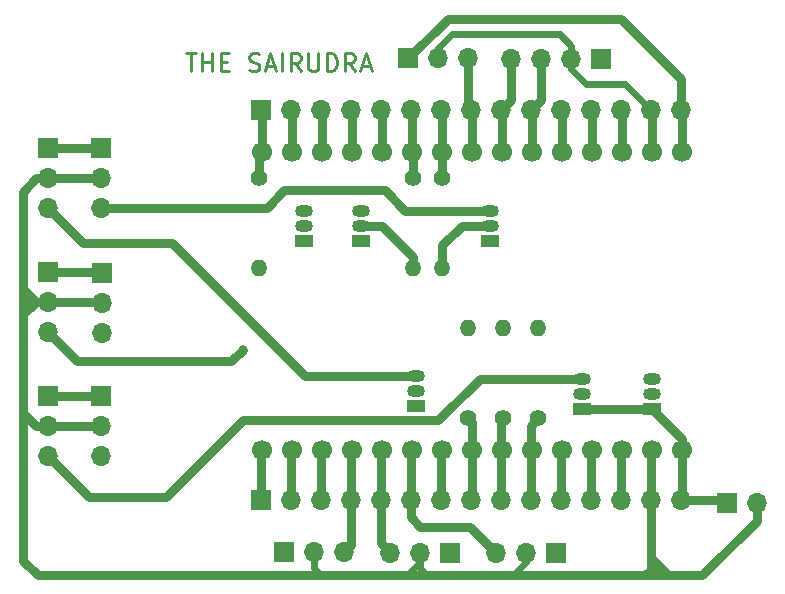
<source format=gbr>
%TF.GenerationSoftware,KiCad,Pcbnew,8.0.0*%
%TF.CreationDate,2025-01-05T23:08:37+05:30*%
%TF.ProjectId,sunday_pcb,73756e64-6179-45f7-9063-622e6b696361,rev?*%
%TF.SameCoordinates,Original*%
%TF.FileFunction,Copper,L1,Top*%
%TF.FilePolarity,Positive*%
%FSLAX46Y46*%
G04 Gerber Fmt 4.6, Leading zero omitted, Abs format (unit mm)*
G04 Created by KiCad (PCBNEW 8.0.0) date 2025-01-05 23:08:37*
%MOMM*%
%LPD*%
G01*
G04 APERTURE LIST*
%ADD10C,0.250000*%
%TA.AperFunction,NonConductor*%
%ADD11C,0.250000*%
%TD*%
%TA.AperFunction,ComponentPad*%
%ADD12O,1.700000X1.700000*%
%TD*%
%TA.AperFunction,ComponentPad*%
%ADD13R,1.700000X1.700000*%
%TD*%
%TA.AperFunction,ComponentPad*%
%ADD14C,1.400000*%
%TD*%
%TA.AperFunction,ComponentPad*%
%ADD15O,1.400000X1.400000*%
%TD*%
%TA.AperFunction,ComponentPad*%
%ADD16C,1.700000*%
%TD*%
%TA.AperFunction,ComponentPad*%
%ADD17R,1.500000X1.050000*%
%TD*%
%TA.AperFunction,ComponentPad*%
%ADD18O,1.500000X1.050000*%
%TD*%
%TA.AperFunction,ViaPad*%
%ADD19C,0.800000*%
%TD*%
%TA.AperFunction,Conductor*%
%ADD20C,0.750000*%
%TD*%
%TA.AperFunction,Conductor*%
%ADD21C,0.625000*%
%TD*%
%TA.AperFunction,Conductor*%
%ADD22C,0.500000*%
%TD*%
G04 APERTURE END LIST*
D10*
D11*
X132807330Y-81803428D02*
X133664473Y-81803428D01*
X133235901Y-83303428D02*
X133235901Y-81803428D01*
X134164472Y-83303428D02*
X134164472Y-81803428D01*
X134164472Y-82517714D02*
X135021615Y-82517714D01*
X135021615Y-83303428D02*
X135021615Y-81803428D01*
X135735901Y-82517714D02*
X136235901Y-82517714D01*
X136450187Y-83303428D02*
X135735901Y-83303428D01*
X135735901Y-83303428D02*
X135735901Y-81803428D01*
X135735901Y-81803428D02*
X136450187Y-81803428D01*
X138164473Y-83232000D02*
X138378759Y-83303428D01*
X138378759Y-83303428D02*
X138735901Y-83303428D01*
X138735901Y-83303428D02*
X138878759Y-83232000D01*
X138878759Y-83232000D02*
X138950187Y-83160571D01*
X138950187Y-83160571D02*
X139021616Y-83017714D01*
X139021616Y-83017714D02*
X139021616Y-82874857D01*
X139021616Y-82874857D02*
X138950187Y-82732000D01*
X138950187Y-82732000D02*
X138878759Y-82660571D01*
X138878759Y-82660571D02*
X138735901Y-82589142D01*
X138735901Y-82589142D02*
X138450187Y-82517714D01*
X138450187Y-82517714D02*
X138307330Y-82446285D01*
X138307330Y-82446285D02*
X138235901Y-82374857D01*
X138235901Y-82374857D02*
X138164473Y-82232000D01*
X138164473Y-82232000D02*
X138164473Y-82089142D01*
X138164473Y-82089142D02*
X138235901Y-81946285D01*
X138235901Y-81946285D02*
X138307330Y-81874857D01*
X138307330Y-81874857D02*
X138450187Y-81803428D01*
X138450187Y-81803428D02*
X138807330Y-81803428D01*
X138807330Y-81803428D02*
X139021616Y-81874857D01*
X139593044Y-82874857D02*
X140307330Y-82874857D01*
X139450187Y-83303428D02*
X139950187Y-81803428D01*
X139950187Y-81803428D02*
X140450187Y-83303428D01*
X140950186Y-83303428D02*
X140950186Y-81803428D01*
X142521615Y-83303428D02*
X142021615Y-82589142D01*
X141664472Y-83303428D02*
X141664472Y-81803428D01*
X141664472Y-81803428D02*
X142235901Y-81803428D01*
X142235901Y-81803428D02*
X142378758Y-81874857D01*
X142378758Y-81874857D02*
X142450187Y-81946285D01*
X142450187Y-81946285D02*
X142521615Y-82089142D01*
X142521615Y-82089142D02*
X142521615Y-82303428D01*
X142521615Y-82303428D02*
X142450187Y-82446285D01*
X142450187Y-82446285D02*
X142378758Y-82517714D01*
X142378758Y-82517714D02*
X142235901Y-82589142D01*
X142235901Y-82589142D02*
X141664472Y-82589142D01*
X143164472Y-81803428D02*
X143164472Y-83017714D01*
X143164472Y-83017714D02*
X143235901Y-83160571D01*
X143235901Y-83160571D02*
X143307330Y-83232000D01*
X143307330Y-83232000D02*
X143450187Y-83303428D01*
X143450187Y-83303428D02*
X143735901Y-83303428D01*
X143735901Y-83303428D02*
X143878758Y-83232000D01*
X143878758Y-83232000D02*
X143950187Y-83160571D01*
X143950187Y-83160571D02*
X144021615Y-83017714D01*
X144021615Y-83017714D02*
X144021615Y-81803428D01*
X144735901Y-83303428D02*
X144735901Y-81803428D01*
X144735901Y-81803428D02*
X145093044Y-81803428D01*
X145093044Y-81803428D02*
X145307330Y-81874857D01*
X145307330Y-81874857D02*
X145450187Y-82017714D01*
X145450187Y-82017714D02*
X145521616Y-82160571D01*
X145521616Y-82160571D02*
X145593044Y-82446285D01*
X145593044Y-82446285D02*
X145593044Y-82660571D01*
X145593044Y-82660571D02*
X145521616Y-82946285D01*
X145521616Y-82946285D02*
X145450187Y-83089142D01*
X145450187Y-83089142D02*
X145307330Y-83232000D01*
X145307330Y-83232000D02*
X145093044Y-83303428D01*
X145093044Y-83303428D02*
X144735901Y-83303428D01*
X147093044Y-83303428D02*
X146593044Y-82589142D01*
X146235901Y-83303428D02*
X146235901Y-81803428D01*
X146235901Y-81803428D02*
X146807330Y-81803428D01*
X146807330Y-81803428D02*
X146950187Y-81874857D01*
X146950187Y-81874857D02*
X147021616Y-81946285D01*
X147021616Y-81946285D02*
X147093044Y-82089142D01*
X147093044Y-82089142D02*
X147093044Y-82303428D01*
X147093044Y-82303428D02*
X147021616Y-82446285D01*
X147021616Y-82446285D02*
X146950187Y-82517714D01*
X146950187Y-82517714D02*
X146807330Y-82589142D01*
X146807330Y-82589142D02*
X146235901Y-82589142D01*
X147664473Y-82874857D02*
X148378759Y-82874857D01*
X147521616Y-83303428D02*
X148021616Y-81803428D01*
X148021616Y-81803428D02*
X148521616Y-83303428D01*
D12*
%TO.P,J1,15,Pin_15*%
%TO.N,5V*%
X174680000Y-119620000D03*
%TO.P,J1,14,Pin_14*%
%TO.N,GND*%
X172140000Y-119620000D03*
%TO.P,J1,13,Pin_13*%
%TO.N,D_13*%
X169600000Y-119620000D03*
%TO.P,J1,12,Pin_12*%
%TO.N,D_12*%
X167060000Y-119620000D03*
%TO.P,J1,11,Pin_11*%
%TO.N,D_14*%
X164520000Y-119620000D03*
%TO.P,J1,10,Pin_10*%
%TO.N,ESP_RELAY_W1*%
X161980000Y-119620000D03*
%TO.P,J1,9,Pin_9*%
%TO.N,ESP_RELAY_W0*%
X159440000Y-119620000D03*
%TO.P,J1,8,Pin_8*%
%TO.N,ESP_RELAY_pH*%
X156900000Y-119620000D03*
%TO.P,J1,7,Pin_7*%
%TO.N,D_33*%
X154360000Y-119620000D03*
%TO.P,J1,6,Pin_6*%
%TO.N,RAIN*%
X151820000Y-119620000D03*
%TO.P,J1,5,Pin_5*%
%TO.N,GAS*%
X149280000Y-119620000D03*
%TO.P,J1,4,Pin_4*%
%TO.N,SOIL*%
X146740000Y-119620000D03*
%TO.P,J1,3,Pin_3*%
%TO.N,VN_0*%
X144200000Y-119620000D03*
%TO.P,J1,2,Pin_2*%
%TO.N,VP_0*%
X141660000Y-119620000D03*
D13*
%TO.P,J1,1,Pin_1*%
%TO.N,EN_0*%
X139120000Y-119620000D03*
%TD*%
D14*
%TO.P,R3,1*%
%TO.N,ESP_RELAY_K*%
X139000000Y-92370000D03*
D15*
%TO.P,R3,2*%
%TO.N,Net-(Q3-B)*%
X139000000Y-99990000D03*
%TD*%
D13*
%TO.P,RAIN0,1,Pin_1*%
%TO.N,3V*%
X164165000Y-124070000D03*
D12*
%TO.P,RAIN0,2,Pin_2*%
%TO.N,GND*%
X161625000Y-124070000D03*
%TO.P,RAIN0,3,Pin_3*%
%TO.N,RAIN*%
X159085000Y-124070000D03*
%TD*%
D14*
%TO.P,R6,1*%
%TO.N,ESP_RELAY_W0*%
X159640000Y-112680000D03*
D15*
%TO.P,R6,2*%
%TO.N,Net-(Q6-B)*%
X159640000Y-105060000D03*
%TD*%
D13*
%TO.P,J2,1,Pin_1*%
%TO.N,ESP_RELAY_K*%
X139160000Y-86620000D03*
D12*
%TO.P,J2,2,Pin_2*%
%TO.N,D_22*%
X141700000Y-86620000D03*
%TO.P,J2,3,Pin_3*%
%TO.N,TX_0*%
X144240000Y-86620000D03*
%TO.P,J2,4,Pin_4*%
%TO.N,RX_0*%
X146780000Y-86620000D03*
%TO.P,J2,5,Pin_5*%
%TO.N,D_21*%
X149320000Y-86620000D03*
%TO.P,J2,6,Pin_6*%
%TO.N,ESP_RELAY_P*%
X151860000Y-86620000D03*
%TO.P,J2,7,Pin_7*%
%TO.N,ESP_RELAY_N*%
X154400000Y-86620000D03*
%TO.P,J2,8,Pin_8*%
%TO.N,DHT*%
X156940000Y-86620000D03*
%TO.P,J2,9,Pin_9*%
%TO.N,TX2*%
X159480000Y-86620000D03*
%TO.P,J2,10,Pin_10*%
%TO.N,RX2*%
X162020000Y-86620000D03*
%TO.P,J2,11,Pin_11*%
%TO.N,D_4*%
X164560000Y-86620000D03*
%TO.P,J2,12,Pin_12*%
%TO.N,D_2*%
X167100000Y-86620000D03*
%TO.P,J2,13,Pin_13*%
%TO.N,D_15*%
X169640000Y-86620000D03*
%TO.P,J2,14,Pin_14*%
%TO.N,GND2*%
X172180000Y-86620000D03*
%TO.P,J2,15,Pin_15*%
%TO.N,3V*%
X174720000Y-86620000D03*
%TD*%
D13*
%TO.P,P,1,Pin_1*%
%TO.N,5V*%
X125690000Y-100400000D03*
D12*
%TO.P,P,2,Pin_2*%
%TO.N,GND*%
X125690000Y-102940000D03*
%TO.P,P,3,Pin_3*%
%TO.N,Net-(P0-Pin_3)*%
X125690000Y-105480000D03*
%TD*%
D13*
%TO.P,PowerIN_1,1,+*%
%TO.N,5V*%
X178600000Y-119870000D03*
D12*
%TO.P,PowerIN_1,2,-*%
%TO.N,GND*%
X181140000Y-119870000D03*
%TD*%
D14*
%TO.P,R2,1*%
%TO.N,ESP_RELAY_N*%
X154500000Y-92380000D03*
D15*
%TO.P,R2,2*%
%TO.N,Net-(Q1-B)*%
X154500000Y-100000000D03*
%TD*%
D13*
%TO.P,pH,1,Pin_1*%
%TO.N,5V*%
X121140000Y-89830000D03*
D12*
%TO.P,pH,2,Pin_2*%
%TO.N,GND*%
X121140000Y-92370000D03*
%TO.P,pH,3,Pin_3*%
%TO.N,Net-(Q4-E)*%
X121140000Y-94910000D03*
%TD*%
D16*
%TO.P,ESP32DEVKITV1,1,EN*%
%TO.N,EN_0*%
X139200000Y-115370000D03*
%TO.P,ESP32DEVKITV1,2,VP*%
%TO.N,VP_0*%
X141740000Y-115370000D03*
%TO.P,ESP32DEVKITV1,3,VN*%
%TO.N,VN_0*%
X144280000Y-115370000D03*
%TO.P,ESP32DEVKITV1,4,D34*%
%TO.N,SOIL*%
X146820000Y-115370000D03*
%TO.P,ESP32DEVKITV1,5,D35*%
%TO.N,GAS*%
X149360000Y-115370000D03*
%TO.P,ESP32DEVKITV1,6,D32*%
%TO.N,RAIN*%
X151900000Y-115370000D03*
%TO.P,ESP32DEVKITV1,7,D33*%
%TO.N,D_33*%
X154440000Y-115370000D03*
%TO.P,ESP32DEVKITV1,8,D25*%
%TO.N,ESP_RELAY_pH*%
X156980000Y-115370000D03*
%TO.P,ESP32DEVKITV1,9,D26*%
%TO.N,ESP_RELAY_W0*%
X159520000Y-115370000D03*
%TO.P,ESP32DEVKITV1,10,D27*%
%TO.N,ESP_RELAY_W1*%
X162060000Y-115370000D03*
%TO.P,ESP32DEVKITV1,11,D14*%
%TO.N,D_14*%
X164600000Y-115370000D03*
%TO.P,ESP32DEVKITV1,12,D12*%
%TO.N,D_12*%
X167140000Y-115370000D03*
%TO.P,ESP32DEVKITV1,13,D13*%
%TO.N,D_13*%
X169680000Y-115370000D03*
%TO.P,ESP32DEVKITV1,14,GND*%
%TO.N,GND*%
X172220000Y-115370000D03*
%TO.P,ESP32DEVKITV1,15,VIN*%
%TO.N,5V*%
X174760000Y-115370000D03*
%TO.P,ESP32DEVKITV1,16,3V3*%
%TO.N,3V*%
X174760000Y-90120000D03*
%TO.P,ESP32DEVKITV1,17,GND*%
%TO.N,GND2*%
X172220000Y-90120000D03*
%TO.P,ESP32DEVKITV1,18,D15*%
%TO.N,D_15*%
X169680000Y-90120000D03*
%TO.P,ESP32DEVKITV1,19,D2*%
%TO.N,D_2*%
X167140000Y-90120000D03*
%TO.P,ESP32DEVKITV1,20,D4*%
%TO.N,D_4*%
X164600000Y-90120000D03*
%TO.P,ESP32DEVKITV1,21,RX2*%
%TO.N,RX2*%
X162060000Y-90120000D03*
%TO.P,ESP32DEVKITV1,22,TX2*%
%TO.N,TX2*%
X159520000Y-90120000D03*
%TO.P,ESP32DEVKITV1,23,D5*%
%TO.N,DHT*%
X156980000Y-90120000D03*
%TO.P,ESP32DEVKITV1,24,D18*%
%TO.N,ESP_RELAY_N*%
X154440000Y-90120000D03*
%TO.P,ESP32DEVKITV1,25,D19*%
%TO.N,ESP_RELAY_P*%
X151900000Y-90120000D03*
%TO.P,ESP32DEVKITV1,26,D21*%
%TO.N,D_21*%
X149360000Y-90120000D03*
%TO.P,ESP32DEVKITV1,27,RX0*%
%TO.N,RX_0*%
X146820000Y-90120000D03*
%TO.P,ESP32DEVKITV1,28,TX0*%
%TO.N,TX_0*%
X144280000Y-90120000D03*
%TO.P,ESP32DEVKITV1,29,D22*%
%TO.N,D_22*%
X141740000Y-90120000D03*
%TO.P,ESP32DEVKITV1,30,D23*%
%TO.N,ESP_RELAY_K*%
X139200000Y-90120000D03*
%TD*%
D14*
%TO.P,R4,1*%
%TO.N,ESP_RELAY_pH*%
X156640000Y-112680000D03*
D15*
%TO.P,R4,2*%
%TO.N,Net-(Q4-B)*%
X156640000Y-105060000D03*
%TD*%
D13*
%TO.P,DHT11,1,Pin_1*%
%TO.N,3V*%
X151640000Y-82220000D03*
D12*
%TO.P,DHT11,2,Pin_2*%
%TO.N,GND2*%
X154180000Y-82220000D03*
%TO.P,DHT11,3,Pin_3*%
%TO.N,DHT*%
X156720000Y-82220000D03*
%TD*%
D13*
%TO.P,K,1,Pin_1*%
%TO.N,5V*%
X125640000Y-110830000D03*
D12*
%TO.P,K,2,Pin_2*%
%TO.N,GND*%
X125640000Y-113370000D03*
%TO.P,K,3,Pin_3*%
%TO.N,Net-(K0-Pin_3)*%
X125640000Y-115910000D03*
%TD*%
D13*
%TO.P,Water1,1,Pin_1*%
%TO.N,5V*%
X121140000Y-100330000D03*
D12*
%TO.P,Water1,2,Pin_2*%
%TO.N,GND*%
X121140000Y-102870000D03*
%TO.P,Water1,3,Pin_3*%
%TO.N,Net-(Q5-E)*%
X121140000Y-105410000D03*
%TD*%
D13*
%TO.P,N,1,Pin_1*%
%TO.N,5V*%
X125640000Y-89790000D03*
D12*
%TO.P,N,2,Pin_2*%
%TO.N,GND*%
X125640000Y-92330000D03*
%TO.P,N,3,Pin_3*%
%TO.N,Net-(N0-Pin_3)*%
X125640000Y-94870000D03*
%TD*%
D14*
%TO.P,R5,1*%
%TO.N,ESP_RELAY_W1*%
X162640000Y-112680000D03*
D15*
%TO.P,R5,2*%
%TO.N,Net-(Q5-B)*%
X162640000Y-105060000D03*
%TD*%
D13*
%TO.P,SOIL0,1,Pin_1*%
%TO.N,3V*%
X141060000Y-124045000D03*
D12*
%TO.P,SOIL0,2,Pin_2*%
%TO.N,GND*%
X143600000Y-124045000D03*
%TO.P,SOIL0,3,Pin_3*%
%TO.N,SOIL*%
X146140000Y-124045000D03*
%TD*%
D13*
%TO.P,GAS0,1,Pin_1*%
%TO.N,3V*%
X155165000Y-124070000D03*
D12*
%TO.P,GAS0,2,Pin_2*%
%TO.N,GND*%
X152625000Y-124070000D03*
%TO.P,GAS0,3,Pin_3*%
%TO.N,GAS*%
X150085000Y-124070000D03*
%TD*%
D14*
%TO.P,R1,1*%
%TO.N,ESP_RELAY_P*%
X152000000Y-92380000D03*
D15*
%TO.P,R1,2*%
%TO.N,Net-(Q2-B)*%
X152000000Y-100000000D03*
%TD*%
D13*
%TO.P,Water0,1,Pin_1*%
%TO.N,5V*%
X121140000Y-110830000D03*
D12*
%TO.P,Water0,2,Pin_2*%
%TO.N,GND*%
X121140000Y-113370000D03*
%TO.P,Water0,3,Pin_3*%
%TO.N,Net-(Q6-E)*%
X121140000Y-115910000D03*
%TD*%
D13*
%TO.P,J3,1,Pin_1*%
%TO.N,5V*%
X167940000Y-82245000D03*
D12*
%TO.P,J3,2,Pin_2*%
%TO.N,GND2*%
X165400000Y-82245000D03*
%TO.P,J3,3,Pin_3*%
%TO.N,RX2*%
X162860000Y-82245000D03*
%TO.P,J3,4,Pin_4*%
%TO.N,TX2*%
X160320000Y-82245000D03*
%TD*%
D17*
%TO.P,Q4,1,C*%
%TO.N,5V*%
X152280000Y-111640000D03*
D18*
%TO.P,Q4,2,B*%
%TO.N,Net-(Q4-B)*%
X152280000Y-110370000D03*
%TO.P,Q4,3,E*%
%TO.N,Net-(Q4-E)*%
X152280000Y-109100000D03*
%TD*%
D17*
%TO.P,Q2,1,C*%
%TO.N,5V*%
X147640000Y-97640000D03*
D18*
%TO.P,Q2,2,B*%
%TO.N,Net-(Q2-B)*%
X147640000Y-96370000D03*
%TO.P,Q2,3,E*%
%TO.N,Net-(P0-Pin_3)*%
X147640000Y-95100000D03*
%TD*%
D17*
%TO.P,Q3,1,C*%
%TO.N,5V*%
X142780000Y-97640000D03*
D18*
%TO.P,Q3,2,B*%
%TO.N,Net-(Q3-B)*%
X142780000Y-96370000D03*
%TO.P,Q3,3,E*%
%TO.N,Net-(K0-Pin_3)*%
X142780000Y-95100000D03*
%TD*%
D17*
%TO.P,Q1,1,C*%
%TO.N,5V*%
X158500000Y-97640000D03*
D18*
%TO.P,Q1,2,B*%
%TO.N,Net-(Q1-B)*%
X158500000Y-96370000D03*
%TO.P,Q1,3,E*%
%TO.N,Net-(N0-Pin_3)*%
X158500000Y-95100000D03*
%TD*%
D17*
%TO.P,Q5,1,C*%
%TO.N,5V*%
X172230000Y-111910000D03*
D18*
%TO.P,Q5,2,B*%
%TO.N,Net-(Q5-B)*%
X172230000Y-110640000D03*
%TO.P,Q5,3,E*%
%TO.N,Net-(Q5-E)*%
X172230000Y-109370000D03*
%TD*%
D17*
%TO.P,Q6,1,C*%
%TO.N,5V*%
X166370000Y-111870000D03*
D18*
%TO.P,Q6,2,B*%
%TO.N,Net-(Q6-B)*%
X166370000Y-110600000D03*
%TO.P,Q6,3,E*%
%TO.N,Net-(Q6-E)*%
X166370000Y-109330000D03*
%TD*%
D19*
%TO.N,Net-(Q5-E)*%
X137640000Y-106870000D03*
%TD*%
D20*
%TO.N,DHT*%
X156720000Y-86400000D02*
X156940000Y-86620000D01*
X156980000Y-86660000D02*
X156940000Y-86620000D01*
X156720000Y-82220000D02*
X156720000Y-86400000D01*
X156980000Y-90120000D02*
X156980000Y-86660000D01*
%TO.N,GND*%
X172140000Y-115450000D02*
X172220000Y-115370000D01*
D21*
X151452500Y-126057500D02*
X144327500Y-126057500D01*
X152640000Y-124870000D02*
X151452500Y-126057500D01*
X152640000Y-125370000D02*
X153327500Y-126057500D01*
X153140000Y-125870000D02*
X153327500Y-126057500D01*
D20*
X121140000Y-102870000D02*
X120140000Y-102870000D01*
X119015000Y-102870000D02*
X119140000Y-102870000D01*
X172140000Y-124495000D02*
X172827500Y-125182500D01*
D21*
X152625000Y-124070000D02*
X152640000Y-124085000D01*
D20*
X120015000Y-102870000D02*
X119827500Y-103057500D01*
X172140000Y-123370000D02*
X172140000Y-124495000D01*
X172827500Y-125182500D02*
X173640000Y-125995000D01*
X172140000Y-119620000D02*
X172140000Y-123370000D01*
X121140000Y-113370000D02*
X120140000Y-113370000D01*
D21*
X151452500Y-126057500D02*
X151640000Y-125870000D01*
D20*
X119827500Y-103057500D02*
X119827500Y-102870000D01*
D21*
X151640000Y-125870000D02*
X153140000Y-125870000D01*
D20*
X120140000Y-113370000D02*
X119015000Y-112245000D01*
X181140000Y-121370000D02*
X176515000Y-125995000D01*
D21*
X143600000Y-124045000D02*
X143600000Y-125330000D01*
D20*
X172640000Y-125995000D02*
X171640000Y-125995000D01*
D21*
X143600000Y-125330000D02*
X144327500Y-126057500D01*
X160422500Y-126057500D02*
X161625000Y-124855000D01*
D20*
X120140000Y-92370000D02*
X119015000Y-93495000D01*
X119015000Y-93495000D02*
X119015000Y-93870000D01*
X121140000Y-102870000D02*
X120015000Y-102870000D01*
D21*
X152640000Y-124085000D02*
X152640000Y-124870000D01*
D20*
X120265000Y-125995000D02*
X119015000Y-124745000D01*
X125600000Y-92370000D02*
X125640000Y-92330000D01*
X119015000Y-112245000D02*
X119015000Y-103870000D01*
X174140000Y-125995000D02*
X173640000Y-125995000D01*
X119015000Y-124745000D02*
X119015000Y-112245000D01*
X121140000Y-113370000D02*
X125640000Y-113370000D01*
X119827500Y-102870000D02*
X119015000Y-102870000D01*
D21*
X152640000Y-124870000D02*
X152640000Y-125370000D01*
D20*
X121140000Y-92370000D02*
X120140000Y-92370000D01*
X121140000Y-92370000D02*
X125600000Y-92370000D01*
X172827500Y-125807500D02*
X172827500Y-125182500D01*
D21*
X161625000Y-124855000D02*
X161625000Y-124070000D01*
D20*
X172140000Y-123370000D02*
X172140000Y-125495000D01*
X119015000Y-103870000D02*
X119015000Y-101745000D01*
X172140000Y-125495000D02*
X171640000Y-125995000D01*
X173640000Y-125995000D02*
X172640000Y-125995000D01*
X119015000Y-101745000D02*
X119015000Y-93870000D01*
X171640000Y-125995000D02*
X120265000Y-125995000D01*
X172140000Y-119620000D02*
X172140000Y-115450000D01*
X125620000Y-102870000D02*
X125690000Y-102940000D01*
X172827500Y-125807500D02*
X172640000Y-125995000D01*
X121140000Y-102870000D02*
X125620000Y-102870000D01*
D21*
X153327500Y-126057500D02*
X160422500Y-126057500D01*
D20*
X120140000Y-102870000D02*
X119015000Y-101745000D01*
X119827500Y-103057500D02*
X119015000Y-103870000D01*
X181140000Y-119870000D02*
X181140000Y-121370000D01*
X176515000Y-125995000D02*
X174140000Y-125995000D01*
%TO.N,3V*%
X154990000Y-78870000D02*
X151640000Y-82220000D01*
X164165000Y-123895000D02*
X164140000Y-123870000D01*
X169640000Y-78870000D02*
X154990000Y-78870000D01*
X174760000Y-90120000D02*
X174760000Y-86660000D01*
X174760000Y-86660000D02*
X174720000Y-86620000D01*
X174720000Y-83950000D02*
X169640000Y-78870000D01*
X174720000Y-86620000D02*
X174720000Y-83950000D01*
%TO.N,D_14*%
X164520000Y-115450000D02*
X164600000Y-115370000D01*
X164520000Y-119620000D02*
X164520000Y-115450000D01*
%TO.N,D_21*%
X149360000Y-86660000D02*
X149320000Y-86620000D01*
X149360000Y-90120000D02*
X149360000Y-86660000D01*
%TO.N,ESP_RELAY_pH*%
X156980000Y-115370000D02*
X156980000Y-119540000D01*
D22*
X156900000Y-119620000D02*
X156900000Y-112940000D01*
X157140000Y-119860000D02*
X157140000Y-119870000D01*
X156980000Y-113020000D02*
X156640000Y-112680000D01*
X156900000Y-112940000D02*
X156640000Y-112680000D01*
D20*
X156980000Y-115370000D02*
X156980000Y-113020000D01*
X156980000Y-119540000D02*
X156900000Y-119620000D01*
%TO.N,TX_0*%
X144280000Y-90120000D02*
X144280000Y-86660000D01*
X144280000Y-86660000D02*
X144240000Y-86620000D01*
%TO.N,RX_0*%
X146820000Y-86660000D02*
X146780000Y-86620000D01*
X146820000Y-90120000D02*
X146820000Y-86660000D01*
%TO.N,ESP_RELAY_P*%
X151900000Y-90120000D02*
X151900000Y-86660000D01*
X152000000Y-92380000D02*
X152000000Y-90220000D01*
X151900000Y-86660000D02*
X151860000Y-86620000D01*
X152000000Y-90220000D02*
X151900000Y-90120000D01*
%TO.N,D_13*%
X169600000Y-115450000D02*
X169680000Y-115370000D01*
X169600000Y-119620000D02*
X169600000Y-115450000D01*
%TO.N,EN_0*%
X139120000Y-115450000D02*
X139200000Y-115370000D01*
X139120000Y-119620000D02*
X139120000Y-115450000D01*
%TO.N,D_12*%
X167060000Y-115450000D02*
X167140000Y-115370000D01*
X167060000Y-119620000D02*
X167060000Y-115450000D01*
%TO.N,D_15*%
X169680000Y-90120000D02*
X169680000Y-86660000D01*
X169680000Y-86660000D02*
X169640000Y-86620000D01*
%TO.N,GAS*%
X149280000Y-123265000D02*
X150085000Y-124070000D01*
X149280000Y-119620000D02*
X149280000Y-115450000D01*
X149280000Y-119620000D02*
X149280000Y-123265000D01*
X149280000Y-115450000D02*
X149360000Y-115370000D01*
%TO.N,D_2*%
X167140000Y-86660000D02*
X167100000Y-86620000D01*
X167140000Y-90120000D02*
X167140000Y-86660000D01*
%TO.N,D_4*%
X164600000Y-86660000D02*
X164560000Y-86620000D01*
X164600000Y-90120000D02*
X164600000Y-86660000D01*
%TO.N,VN_0*%
X144200000Y-119620000D02*
X144200000Y-115450000D01*
X144200000Y-115450000D02*
X144280000Y-115370000D01*
%TO.N,D_33*%
X154360000Y-119620000D02*
X154360000Y-115450000D01*
X154360000Y-115450000D02*
X154440000Y-115370000D01*
%TO.N,RAIN*%
X151820000Y-119620000D02*
X151820000Y-115450000D01*
X156885000Y-121870000D02*
X152640000Y-121870000D01*
X151820000Y-115450000D02*
X151900000Y-115370000D01*
X151820000Y-121050000D02*
X151820000Y-119620000D01*
X152640000Y-121870000D02*
X151820000Y-121050000D01*
X159085000Y-124070000D02*
X156885000Y-121870000D01*
%TO.N,ESP_RELAY_K*%
X139200000Y-90120000D02*
X139200000Y-86660000D01*
X139000000Y-92370000D02*
X139000000Y-90320000D01*
X139200000Y-86660000D02*
X139160000Y-86620000D01*
X139000000Y-90320000D02*
X139200000Y-90120000D01*
%TO.N,SOIL*%
X146740000Y-123445000D02*
X146140000Y-124045000D01*
X146740000Y-119620000D02*
X146740000Y-123445000D01*
X146740000Y-115450000D02*
X146820000Y-115370000D01*
X146740000Y-119620000D02*
X146740000Y-115450000D01*
%TO.N,5V*%
X174680000Y-119620000D02*
X178350000Y-119620000D01*
X121140000Y-100330000D02*
X125620000Y-100330000D01*
X178350000Y-119620000D02*
X178600000Y-119870000D01*
X121140000Y-110830000D02*
X125640000Y-110830000D01*
X125600000Y-89830000D02*
X125640000Y-89790000D01*
X174760000Y-114440000D02*
X172230000Y-111910000D01*
X125620000Y-100330000D02*
X125690000Y-100400000D01*
X172230000Y-111910000D02*
X166410000Y-111910000D01*
X174760000Y-115370000D02*
X174760000Y-114440000D01*
X174760000Y-115370000D02*
X174760000Y-119540000D01*
X121140000Y-89830000D02*
X125600000Y-89830000D01*
X166410000Y-111910000D02*
X166370000Y-111870000D01*
X174760000Y-119540000D02*
X174680000Y-119620000D01*
D22*
%TO.N,ESP_RELAY_W1*%
X162060000Y-113260000D02*
X162640000Y-112680000D01*
D20*
X161980000Y-113340000D02*
X162640000Y-112680000D01*
X161980000Y-119620000D02*
X161980000Y-115450000D01*
X161980000Y-119620000D02*
X161980000Y-113340000D01*
X161980000Y-115450000D02*
X162060000Y-115370000D01*
D22*
X162060000Y-115370000D02*
X162060000Y-113260000D01*
D20*
%TO.N,D_22*%
X141740000Y-90120000D02*
X141740000Y-86660000D01*
X141740000Y-86660000D02*
X141700000Y-86620000D01*
%TO.N,VP_0*%
X141660000Y-119620000D02*
X141660000Y-115450000D01*
X141660000Y-115450000D02*
X141740000Y-115370000D01*
%TO.N,ESP_RELAY_N*%
X154500000Y-92380000D02*
X154500000Y-90180000D01*
X154500000Y-90180000D02*
X154440000Y-90120000D01*
X154440000Y-86660000D02*
X154400000Y-86620000D01*
X154440000Y-90120000D02*
X154440000Y-86660000D01*
D22*
%TO.N,RX2*%
X162060000Y-86660000D02*
X162020000Y-86620000D01*
D20*
X162860000Y-85780000D02*
X162020000Y-86620000D01*
X162860000Y-85370000D02*
X162860000Y-85780000D01*
X162060000Y-86580000D02*
X162060000Y-90120000D01*
D22*
X162020000Y-90080000D02*
X162060000Y-90120000D01*
D20*
X162860000Y-85780000D02*
X162060000Y-86580000D01*
X162860000Y-82245000D02*
X162860000Y-85370000D01*
%TO.N,ESP_RELAY_W0*%
X159440000Y-119620000D02*
X159440000Y-112880000D01*
D22*
X159520000Y-115370000D02*
X159520000Y-112800000D01*
D20*
X159440000Y-112880000D02*
X159640000Y-112680000D01*
D22*
X159440000Y-115450000D02*
X159520000Y-115370000D01*
X159520000Y-112800000D02*
X159640000Y-112680000D01*
D20*
%TO.N,TX2*%
X159520000Y-86660000D02*
X159480000Y-86620000D01*
X160320000Y-82245000D02*
X160320000Y-85780000D01*
X159520000Y-90120000D02*
X159520000Y-86660000D01*
X160320000Y-85780000D02*
X159480000Y-86620000D01*
%TO.N,Net-(N0-Pin_3)*%
X141140000Y-93370000D02*
X139640000Y-94870000D01*
X151370000Y-95100000D02*
X149640000Y-93370000D01*
X149640000Y-93370000D02*
X141140000Y-93370000D01*
X158500000Y-95100000D02*
X151370000Y-95100000D01*
X139640000Y-94870000D02*
X125640000Y-94870000D01*
%TO.N,Net-(Q4-E)*%
X152280000Y-109100000D02*
X142870000Y-109100000D01*
X131640000Y-97870000D02*
X124100000Y-97870000D01*
X142870000Y-109100000D02*
X131640000Y-97870000D01*
X124100000Y-97870000D02*
X121140000Y-94910000D01*
%TO.N,Net-(Q1-B)*%
X154500000Y-98010000D02*
X154500000Y-100000000D01*
X158500000Y-96370000D02*
X156140000Y-96370000D01*
X156140000Y-96370000D02*
X154500000Y-98010000D01*
%TO.N,Net-(Q2-B)*%
X152000000Y-100000000D02*
X152000000Y-99010051D01*
X152000000Y-99010051D02*
X149359949Y-96370000D01*
X149359949Y-96370000D02*
X147640000Y-96370000D01*
%TO.N,Net-(Q5-E)*%
X123600000Y-107870000D02*
X136640000Y-107870000D01*
X136640000Y-107870000D02*
X137640000Y-106870000D01*
X121140000Y-105410000D02*
X123600000Y-107870000D01*
%TO.N,Net-(Q6-E)*%
X157680000Y-109330000D02*
X166370000Y-109330000D01*
X131140000Y-119370000D02*
X137640000Y-112870000D01*
X121140000Y-115910000D02*
X124600000Y-119370000D01*
X154140000Y-112870000D02*
X157680000Y-109330000D01*
X137640000Y-112870000D02*
X154140000Y-112870000D01*
X124600000Y-119370000D02*
X131140000Y-119370000D01*
D21*
%TO.N,GND2*%
X154180000Y-82220000D02*
X154180000Y-81410000D01*
X165400000Y-83130000D02*
X166640000Y-84370000D01*
X166640000Y-84370000D02*
X169930000Y-84370000D01*
X164452500Y-80182500D02*
X165400000Y-81130000D01*
X169930000Y-84370000D02*
X172180000Y-86620000D01*
X154140000Y-81370000D02*
X155327500Y-80182500D01*
X154180000Y-81410000D02*
X154140000Y-81370000D01*
X155327500Y-80182500D02*
X164452500Y-80182500D01*
D20*
X172180000Y-86620000D02*
X172220000Y-86660000D01*
D21*
X165400000Y-81130000D02*
X165400000Y-82245000D01*
X165400000Y-82245000D02*
X165400000Y-83130000D01*
D20*
X172220000Y-90120000D02*
X172220000Y-86660000D01*
%TD*%
M02*

</source>
